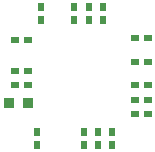
<source format=gbp>
G04*
G04 #@! TF.GenerationSoftware,Altium Limited,Altium Designer,20.0.9 (164)*
G04*
G04 Layer_Color=128*
%FSLAX25Y25*%
%MOIN*%
G70*
G01*
G75*
%ADD30R,0.02362X0.02559*%
%ADD34R,0.03543X0.03543*%
%ADD39R,0.02559X0.02362*%
D30*
X475366Y368905D02*
D03*
Y364575D02*
D03*
X480091D02*
D03*
Y368905D02*
D03*
X470642Y364575D02*
D03*
Y368905D02*
D03*
X459618Y364575D02*
D03*
Y368905D02*
D03*
X458043Y327472D02*
D03*
Y323142D02*
D03*
X473791Y327472D02*
D03*
Y323142D02*
D03*
X478516D02*
D03*
Y327472D02*
D03*
X483240Y323142D02*
D03*
Y327472D02*
D03*
D34*
X448850Y337000D02*
D03*
X455150D02*
D03*
D39*
X495098Y333425D02*
D03*
X490768D02*
D03*
Y338150D02*
D03*
X495098D02*
D03*
Y342874D02*
D03*
X490768D02*
D03*
Y350748D02*
D03*
X495098D02*
D03*
Y358622D02*
D03*
X490768D02*
D03*
X455165Y358047D02*
D03*
X450835D02*
D03*
X455165Y347500D02*
D03*
X450835D02*
D03*
Y342874D02*
D03*
X455165D02*
D03*
M02*

</source>
